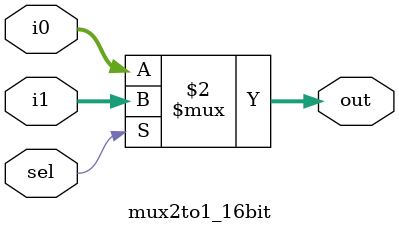
<source format=v>
`timescale 1ns/1ns

module mux2to1_16bit(i0, i1, sel, out);

input [15:0] i0, i1;
input sel;
output [15:0] out;

assign #5 out = ~sel ? i0 : i1;

endmodule

</source>
